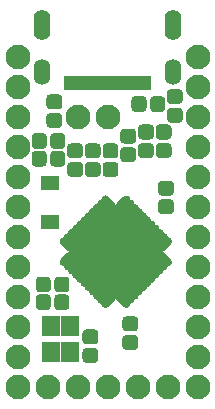
<source format=gts>
G04 #@! TF.GenerationSoftware,KiCad,Pcbnew,(5.1.6)-1*
G04 #@! TF.CreationDate,2020-09-29T08:49:22+08:00*
G04 #@! TF.ProjectId,Alvaro,416c7661-726f-42e6-9b69-6361645f7063,C*
G04 #@! TF.SameCoordinates,Original*
G04 #@! TF.FileFunction,Soldermask,Top*
G04 #@! TF.FilePolarity,Negative*
%FSLAX46Y46*%
G04 Gerber Fmt 4.6, Leading zero omitted, Abs format (unit mm)*
G04 Created by KiCad (PCBNEW (5.1.6)-1) date 2020-09-29 08:49:22*
%MOMM*%
%LPD*%
G01*
G04 APERTURE LIST*
%ADD10R,1.600000X1.300000*%
%ADD11R,0.700000X1.200000*%
%ADD12R,1.000000X1.200000*%
%ADD13O,1.400000X2.200000*%
%ADD14O,1.400000X2.600000*%
%ADD15C,2.100000*%
%ADD16C,0.100000*%
%ADD17R,1.600000X1.800000*%
G04 APERTURE END LIST*
D10*
X25100000Y-37950000D03*
X25100000Y-41250000D03*
D11*
X28250000Y-29500000D03*
X28750000Y-29500000D03*
X31750000Y-29500000D03*
X31250000Y-29500000D03*
X30250000Y-29500000D03*
X29750000Y-29500000D03*
X30750000Y-29500000D03*
X29250000Y-29500000D03*
D12*
X27600000Y-29500000D03*
X32400000Y-29500000D03*
X33200000Y-29500000D03*
X26800000Y-29500000D03*
D13*
X24425000Y-28600000D03*
X35575000Y-28600000D03*
D14*
X24425000Y-24600000D03*
X35575000Y-24600000D03*
D15*
X24920000Y-55240000D03*
X27460000Y-55240000D03*
X30000000Y-55240000D03*
X32540000Y-55240000D03*
X35080000Y-55240000D03*
X22380000Y-27300000D03*
X22380000Y-29840000D03*
X22380000Y-32380000D03*
X22380000Y-34920000D03*
X22380000Y-37460000D03*
X22380000Y-40000000D03*
X22380000Y-42540000D03*
X22380000Y-45080000D03*
X22380000Y-47620000D03*
X22380000Y-50160000D03*
X22380000Y-52700000D03*
X22380000Y-55240000D03*
X37620000Y-55240000D03*
X37620000Y-52700000D03*
X37620000Y-50160000D03*
X37620000Y-47620000D03*
X37620000Y-45080000D03*
X37620000Y-42540000D03*
X37620000Y-40000000D03*
X37620000Y-37460000D03*
X37620000Y-34920000D03*
X37620000Y-32380000D03*
X37620000Y-29840000D03*
X37620000Y-27300000D03*
X30000000Y-32380000D03*
X27460000Y-32380000D03*
G36*
G01*
X24850000Y-35568750D02*
X24850000Y-36281250D01*
G75*
G02*
X24531250Y-36600000I-318750J0D01*
G01*
X23893750Y-36600000D01*
G75*
G02*
X23575000Y-36281250I0J318750D01*
G01*
X23575000Y-35568750D01*
G75*
G02*
X23893750Y-35250000I318750J0D01*
G01*
X24531250Y-35250000D01*
G75*
G02*
X24850000Y-35568750I0J-318750D01*
G01*
G37*
G36*
G01*
X26425000Y-35568750D02*
X26425000Y-36281250D01*
G75*
G02*
X26106250Y-36600000I-318750J0D01*
G01*
X25468750Y-36600000D01*
G75*
G02*
X25150000Y-36281250I0J318750D01*
G01*
X25150000Y-35568750D01*
G75*
G02*
X25468750Y-35250000I318750J0D01*
G01*
X26106250Y-35250000D01*
G75*
G02*
X26425000Y-35568750I0J-318750D01*
G01*
G37*
D16*
G36*
X26740202Y-43800000D02*
G01*
X30700000Y-39840202D01*
X34659798Y-43800000D01*
X30700000Y-47759798D01*
X26740202Y-43800000D01*
G37*
G36*
G01*
X30770711Y-40193755D02*
X30770711Y-40193755D01*
G75*
G02*
X30770711Y-39698781I247487J247487D01*
G01*
X31336397Y-39133095D01*
G75*
G02*
X31831371Y-39133095I247487J-247487D01*
G01*
X31831371Y-39133095D01*
G75*
G02*
X31831371Y-39628069I-247487J-247487D01*
G01*
X31265685Y-40193755D01*
G75*
G02*
X30770711Y-40193755I-247487J247487D01*
G01*
G37*
G36*
G01*
X31124264Y-40547309D02*
X31124264Y-40547309D01*
G75*
G02*
X31124264Y-40052335I247487J247487D01*
G01*
X31689950Y-39486649D01*
G75*
G02*
X32184924Y-39486649I247487J-247487D01*
G01*
X32184924Y-39486649D01*
G75*
G02*
X32184924Y-39981623I-247487J-247487D01*
G01*
X31619238Y-40547309D01*
G75*
G02*
X31124264Y-40547309I-247487J247487D01*
G01*
G37*
G36*
G01*
X31477818Y-40900862D02*
X31477818Y-40900862D01*
G75*
G02*
X31477818Y-40405888I247487J247487D01*
G01*
X32043504Y-39840202D01*
G75*
G02*
X32538478Y-39840202I247487J-247487D01*
G01*
X32538478Y-39840202D01*
G75*
G02*
X32538478Y-40335176I-247487J-247487D01*
G01*
X31972792Y-40900862D01*
G75*
G02*
X31477818Y-40900862I-247487J247487D01*
G01*
G37*
G36*
G01*
X31831371Y-41254416D02*
X31831371Y-41254416D01*
G75*
G02*
X31831371Y-40759442I247487J247487D01*
G01*
X32397057Y-40193756D01*
G75*
G02*
X32892031Y-40193756I247487J-247487D01*
G01*
X32892031Y-40193756D01*
G75*
G02*
X32892031Y-40688730I-247487J-247487D01*
G01*
X32326345Y-41254416D01*
G75*
G02*
X31831371Y-41254416I-247487J247487D01*
G01*
G37*
G36*
G01*
X32184924Y-41607969D02*
X32184924Y-41607969D01*
G75*
G02*
X32184924Y-41112995I247487J247487D01*
G01*
X32750610Y-40547309D01*
G75*
G02*
X33245584Y-40547309I247487J-247487D01*
G01*
X33245584Y-40547309D01*
G75*
G02*
X33245584Y-41042283I-247487J-247487D01*
G01*
X32679898Y-41607969D01*
G75*
G02*
X32184924Y-41607969I-247487J247487D01*
G01*
G37*
G36*
G01*
X32538478Y-41961522D02*
X32538478Y-41961522D01*
G75*
G02*
X32538478Y-41466548I247487J247487D01*
G01*
X33104164Y-40900862D01*
G75*
G02*
X33599138Y-40900862I247487J-247487D01*
G01*
X33599138Y-40900862D01*
G75*
G02*
X33599138Y-41395836I-247487J-247487D01*
G01*
X33033452Y-41961522D01*
G75*
G02*
X32538478Y-41961522I-247487J247487D01*
G01*
G37*
G36*
G01*
X32892031Y-42315076D02*
X32892031Y-42315076D01*
G75*
G02*
X32892031Y-41820102I247487J247487D01*
G01*
X33457717Y-41254416D01*
G75*
G02*
X33952691Y-41254416I247487J-247487D01*
G01*
X33952691Y-41254416D01*
G75*
G02*
X33952691Y-41749390I-247487J-247487D01*
G01*
X33387005Y-42315076D01*
G75*
G02*
X32892031Y-42315076I-247487J247487D01*
G01*
G37*
G36*
G01*
X33245584Y-42668629D02*
X33245584Y-42668629D01*
G75*
G02*
X33245584Y-42173655I247487J247487D01*
G01*
X33811270Y-41607969D01*
G75*
G02*
X34306244Y-41607969I247487J-247487D01*
G01*
X34306244Y-41607969D01*
G75*
G02*
X34306244Y-42102943I-247487J-247487D01*
G01*
X33740558Y-42668629D01*
G75*
G02*
X33245584Y-42668629I-247487J247487D01*
G01*
G37*
G36*
G01*
X33599138Y-43022182D02*
X33599138Y-43022182D01*
G75*
G02*
X33599138Y-42527208I247487J247487D01*
G01*
X34164824Y-41961522D01*
G75*
G02*
X34659798Y-41961522I247487J-247487D01*
G01*
X34659798Y-41961522D01*
G75*
G02*
X34659798Y-42456496I-247487J-247487D01*
G01*
X34094112Y-43022182D01*
G75*
G02*
X33599138Y-43022182I-247487J247487D01*
G01*
G37*
G36*
G01*
X33952691Y-43375736D02*
X33952691Y-43375736D01*
G75*
G02*
X33952691Y-42880762I247487J247487D01*
G01*
X34518377Y-42315076D01*
G75*
G02*
X35013351Y-42315076I247487J-247487D01*
G01*
X35013351Y-42315076D01*
G75*
G02*
X35013351Y-42810050I-247487J-247487D01*
G01*
X34447665Y-43375736D01*
G75*
G02*
X33952691Y-43375736I-247487J247487D01*
G01*
G37*
G36*
G01*
X34306245Y-43729289D02*
X34306245Y-43729289D01*
G75*
G02*
X34306245Y-43234315I247487J247487D01*
G01*
X34871931Y-42668629D01*
G75*
G02*
X35366905Y-42668629I247487J-247487D01*
G01*
X35366905Y-42668629D01*
G75*
G02*
X35366905Y-43163603I-247487J-247487D01*
G01*
X34801219Y-43729289D01*
G75*
G02*
X34306245Y-43729289I-247487J247487D01*
G01*
G37*
G36*
G01*
X34306245Y-43870711D02*
X34306245Y-43870711D01*
G75*
G02*
X34801219Y-43870711I247487J-247487D01*
G01*
X35366905Y-44436397D01*
G75*
G02*
X35366905Y-44931371I-247487J-247487D01*
G01*
X35366905Y-44931371D01*
G75*
G02*
X34871931Y-44931371I-247487J247487D01*
G01*
X34306245Y-44365685D01*
G75*
G02*
X34306245Y-43870711I247487J247487D01*
G01*
G37*
G36*
G01*
X33952691Y-44224264D02*
X33952691Y-44224264D01*
G75*
G02*
X34447665Y-44224264I247487J-247487D01*
G01*
X35013351Y-44789950D01*
G75*
G02*
X35013351Y-45284924I-247487J-247487D01*
G01*
X35013351Y-45284924D01*
G75*
G02*
X34518377Y-45284924I-247487J247487D01*
G01*
X33952691Y-44719238D01*
G75*
G02*
X33952691Y-44224264I247487J247487D01*
G01*
G37*
G36*
G01*
X33599138Y-44577818D02*
X33599138Y-44577818D01*
G75*
G02*
X34094112Y-44577818I247487J-247487D01*
G01*
X34659798Y-45143504D01*
G75*
G02*
X34659798Y-45638478I-247487J-247487D01*
G01*
X34659798Y-45638478D01*
G75*
G02*
X34164824Y-45638478I-247487J247487D01*
G01*
X33599138Y-45072792D01*
G75*
G02*
X33599138Y-44577818I247487J247487D01*
G01*
G37*
G36*
G01*
X33245584Y-44931371D02*
X33245584Y-44931371D01*
G75*
G02*
X33740558Y-44931371I247487J-247487D01*
G01*
X34306244Y-45497057D01*
G75*
G02*
X34306244Y-45992031I-247487J-247487D01*
G01*
X34306244Y-45992031D01*
G75*
G02*
X33811270Y-45992031I-247487J247487D01*
G01*
X33245584Y-45426345D01*
G75*
G02*
X33245584Y-44931371I247487J247487D01*
G01*
G37*
G36*
G01*
X32892031Y-45284924D02*
X32892031Y-45284924D01*
G75*
G02*
X33387005Y-45284924I247487J-247487D01*
G01*
X33952691Y-45850610D01*
G75*
G02*
X33952691Y-46345584I-247487J-247487D01*
G01*
X33952691Y-46345584D01*
G75*
G02*
X33457717Y-46345584I-247487J247487D01*
G01*
X32892031Y-45779898D01*
G75*
G02*
X32892031Y-45284924I247487J247487D01*
G01*
G37*
G36*
G01*
X32538478Y-45638478D02*
X32538478Y-45638478D01*
G75*
G02*
X33033452Y-45638478I247487J-247487D01*
G01*
X33599138Y-46204164D01*
G75*
G02*
X33599138Y-46699138I-247487J-247487D01*
G01*
X33599138Y-46699138D01*
G75*
G02*
X33104164Y-46699138I-247487J247487D01*
G01*
X32538478Y-46133452D01*
G75*
G02*
X32538478Y-45638478I247487J247487D01*
G01*
G37*
G36*
G01*
X32184924Y-45992031D02*
X32184924Y-45992031D01*
G75*
G02*
X32679898Y-45992031I247487J-247487D01*
G01*
X33245584Y-46557717D01*
G75*
G02*
X33245584Y-47052691I-247487J-247487D01*
G01*
X33245584Y-47052691D01*
G75*
G02*
X32750610Y-47052691I-247487J247487D01*
G01*
X32184924Y-46487005D01*
G75*
G02*
X32184924Y-45992031I247487J247487D01*
G01*
G37*
G36*
G01*
X31831371Y-46345584D02*
X31831371Y-46345584D01*
G75*
G02*
X32326345Y-46345584I247487J-247487D01*
G01*
X32892031Y-46911270D01*
G75*
G02*
X32892031Y-47406244I-247487J-247487D01*
G01*
X32892031Y-47406244D01*
G75*
G02*
X32397057Y-47406244I-247487J247487D01*
G01*
X31831371Y-46840558D01*
G75*
G02*
X31831371Y-46345584I247487J247487D01*
G01*
G37*
G36*
G01*
X31477818Y-46699138D02*
X31477818Y-46699138D01*
G75*
G02*
X31972792Y-46699138I247487J-247487D01*
G01*
X32538478Y-47264824D01*
G75*
G02*
X32538478Y-47759798I-247487J-247487D01*
G01*
X32538478Y-47759798D01*
G75*
G02*
X32043504Y-47759798I-247487J247487D01*
G01*
X31477818Y-47194112D01*
G75*
G02*
X31477818Y-46699138I247487J247487D01*
G01*
G37*
G36*
G01*
X31124264Y-47052691D02*
X31124264Y-47052691D01*
G75*
G02*
X31619238Y-47052691I247487J-247487D01*
G01*
X32184924Y-47618377D01*
G75*
G02*
X32184924Y-48113351I-247487J-247487D01*
G01*
X32184924Y-48113351D01*
G75*
G02*
X31689950Y-48113351I-247487J247487D01*
G01*
X31124264Y-47547665D01*
G75*
G02*
X31124264Y-47052691I247487J247487D01*
G01*
G37*
G36*
G01*
X30770711Y-47406245D02*
X30770711Y-47406245D01*
G75*
G02*
X31265685Y-47406245I247487J-247487D01*
G01*
X31831371Y-47971931D01*
G75*
G02*
X31831371Y-48466905I-247487J-247487D01*
G01*
X31831371Y-48466905D01*
G75*
G02*
X31336397Y-48466905I-247487J247487D01*
G01*
X30770711Y-47901219D01*
G75*
G02*
X30770711Y-47406245I247487J247487D01*
G01*
G37*
G36*
G01*
X29568629Y-48466905D02*
X29568629Y-48466905D01*
G75*
G02*
X29568629Y-47971931I247487J247487D01*
G01*
X30134315Y-47406245D01*
G75*
G02*
X30629289Y-47406245I247487J-247487D01*
G01*
X30629289Y-47406245D01*
G75*
G02*
X30629289Y-47901219I-247487J-247487D01*
G01*
X30063603Y-48466905D01*
G75*
G02*
X29568629Y-48466905I-247487J247487D01*
G01*
G37*
G36*
G01*
X29215076Y-48113351D02*
X29215076Y-48113351D01*
G75*
G02*
X29215076Y-47618377I247487J247487D01*
G01*
X29780762Y-47052691D01*
G75*
G02*
X30275736Y-47052691I247487J-247487D01*
G01*
X30275736Y-47052691D01*
G75*
G02*
X30275736Y-47547665I-247487J-247487D01*
G01*
X29710050Y-48113351D01*
G75*
G02*
X29215076Y-48113351I-247487J247487D01*
G01*
G37*
G36*
G01*
X28861522Y-47759798D02*
X28861522Y-47759798D01*
G75*
G02*
X28861522Y-47264824I247487J247487D01*
G01*
X29427208Y-46699138D01*
G75*
G02*
X29922182Y-46699138I247487J-247487D01*
G01*
X29922182Y-46699138D01*
G75*
G02*
X29922182Y-47194112I-247487J-247487D01*
G01*
X29356496Y-47759798D01*
G75*
G02*
X28861522Y-47759798I-247487J247487D01*
G01*
G37*
G36*
G01*
X28507969Y-47406244D02*
X28507969Y-47406244D01*
G75*
G02*
X28507969Y-46911270I247487J247487D01*
G01*
X29073655Y-46345584D01*
G75*
G02*
X29568629Y-46345584I247487J-247487D01*
G01*
X29568629Y-46345584D01*
G75*
G02*
X29568629Y-46840558I-247487J-247487D01*
G01*
X29002943Y-47406244D01*
G75*
G02*
X28507969Y-47406244I-247487J247487D01*
G01*
G37*
G36*
G01*
X28154416Y-47052691D02*
X28154416Y-47052691D01*
G75*
G02*
X28154416Y-46557717I247487J247487D01*
G01*
X28720102Y-45992031D01*
G75*
G02*
X29215076Y-45992031I247487J-247487D01*
G01*
X29215076Y-45992031D01*
G75*
G02*
X29215076Y-46487005I-247487J-247487D01*
G01*
X28649390Y-47052691D01*
G75*
G02*
X28154416Y-47052691I-247487J247487D01*
G01*
G37*
G36*
G01*
X27800862Y-46699138D02*
X27800862Y-46699138D01*
G75*
G02*
X27800862Y-46204164I247487J247487D01*
G01*
X28366548Y-45638478D01*
G75*
G02*
X28861522Y-45638478I247487J-247487D01*
G01*
X28861522Y-45638478D01*
G75*
G02*
X28861522Y-46133452I-247487J-247487D01*
G01*
X28295836Y-46699138D01*
G75*
G02*
X27800862Y-46699138I-247487J247487D01*
G01*
G37*
G36*
G01*
X27447309Y-46345584D02*
X27447309Y-46345584D01*
G75*
G02*
X27447309Y-45850610I247487J247487D01*
G01*
X28012995Y-45284924D01*
G75*
G02*
X28507969Y-45284924I247487J-247487D01*
G01*
X28507969Y-45284924D01*
G75*
G02*
X28507969Y-45779898I-247487J-247487D01*
G01*
X27942283Y-46345584D01*
G75*
G02*
X27447309Y-46345584I-247487J247487D01*
G01*
G37*
G36*
G01*
X27093756Y-45992031D02*
X27093756Y-45992031D01*
G75*
G02*
X27093756Y-45497057I247487J247487D01*
G01*
X27659442Y-44931371D01*
G75*
G02*
X28154416Y-44931371I247487J-247487D01*
G01*
X28154416Y-44931371D01*
G75*
G02*
X28154416Y-45426345I-247487J-247487D01*
G01*
X27588730Y-45992031D01*
G75*
G02*
X27093756Y-45992031I-247487J247487D01*
G01*
G37*
G36*
G01*
X26740202Y-45638478D02*
X26740202Y-45638478D01*
G75*
G02*
X26740202Y-45143504I247487J247487D01*
G01*
X27305888Y-44577818D01*
G75*
G02*
X27800862Y-44577818I247487J-247487D01*
G01*
X27800862Y-44577818D01*
G75*
G02*
X27800862Y-45072792I-247487J-247487D01*
G01*
X27235176Y-45638478D01*
G75*
G02*
X26740202Y-45638478I-247487J247487D01*
G01*
G37*
G36*
G01*
X26386649Y-45284924D02*
X26386649Y-45284924D01*
G75*
G02*
X26386649Y-44789950I247487J247487D01*
G01*
X26952335Y-44224264D01*
G75*
G02*
X27447309Y-44224264I247487J-247487D01*
G01*
X27447309Y-44224264D01*
G75*
G02*
X27447309Y-44719238I-247487J-247487D01*
G01*
X26881623Y-45284924D01*
G75*
G02*
X26386649Y-45284924I-247487J247487D01*
G01*
G37*
G36*
G01*
X26033095Y-44931371D02*
X26033095Y-44931371D01*
G75*
G02*
X26033095Y-44436397I247487J247487D01*
G01*
X26598781Y-43870711D01*
G75*
G02*
X27093755Y-43870711I247487J-247487D01*
G01*
X27093755Y-43870711D01*
G75*
G02*
X27093755Y-44365685I-247487J-247487D01*
G01*
X26528069Y-44931371D01*
G75*
G02*
X26033095Y-44931371I-247487J247487D01*
G01*
G37*
G36*
G01*
X26033095Y-42668629D02*
X26033095Y-42668629D01*
G75*
G02*
X26528069Y-42668629I247487J-247487D01*
G01*
X27093755Y-43234315D01*
G75*
G02*
X27093755Y-43729289I-247487J-247487D01*
G01*
X27093755Y-43729289D01*
G75*
G02*
X26598781Y-43729289I-247487J247487D01*
G01*
X26033095Y-43163603D01*
G75*
G02*
X26033095Y-42668629I247487J247487D01*
G01*
G37*
G36*
G01*
X26386649Y-42315076D02*
X26386649Y-42315076D01*
G75*
G02*
X26881623Y-42315076I247487J-247487D01*
G01*
X27447309Y-42880762D01*
G75*
G02*
X27447309Y-43375736I-247487J-247487D01*
G01*
X27447309Y-43375736D01*
G75*
G02*
X26952335Y-43375736I-247487J247487D01*
G01*
X26386649Y-42810050D01*
G75*
G02*
X26386649Y-42315076I247487J247487D01*
G01*
G37*
G36*
G01*
X26740202Y-41961522D02*
X26740202Y-41961522D01*
G75*
G02*
X27235176Y-41961522I247487J-247487D01*
G01*
X27800862Y-42527208D01*
G75*
G02*
X27800862Y-43022182I-247487J-247487D01*
G01*
X27800862Y-43022182D01*
G75*
G02*
X27305888Y-43022182I-247487J247487D01*
G01*
X26740202Y-42456496D01*
G75*
G02*
X26740202Y-41961522I247487J247487D01*
G01*
G37*
G36*
G01*
X27093756Y-41607969D02*
X27093756Y-41607969D01*
G75*
G02*
X27588730Y-41607969I247487J-247487D01*
G01*
X28154416Y-42173655D01*
G75*
G02*
X28154416Y-42668629I-247487J-247487D01*
G01*
X28154416Y-42668629D01*
G75*
G02*
X27659442Y-42668629I-247487J247487D01*
G01*
X27093756Y-42102943D01*
G75*
G02*
X27093756Y-41607969I247487J247487D01*
G01*
G37*
G36*
G01*
X27447309Y-41254416D02*
X27447309Y-41254416D01*
G75*
G02*
X27942283Y-41254416I247487J-247487D01*
G01*
X28507969Y-41820102D01*
G75*
G02*
X28507969Y-42315076I-247487J-247487D01*
G01*
X28507969Y-42315076D01*
G75*
G02*
X28012995Y-42315076I-247487J247487D01*
G01*
X27447309Y-41749390D01*
G75*
G02*
X27447309Y-41254416I247487J247487D01*
G01*
G37*
G36*
G01*
X27800862Y-40900862D02*
X27800862Y-40900862D01*
G75*
G02*
X28295836Y-40900862I247487J-247487D01*
G01*
X28861522Y-41466548D01*
G75*
G02*
X28861522Y-41961522I-247487J-247487D01*
G01*
X28861522Y-41961522D01*
G75*
G02*
X28366548Y-41961522I-247487J247487D01*
G01*
X27800862Y-41395836D01*
G75*
G02*
X27800862Y-40900862I247487J247487D01*
G01*
G37*
G36*
G01*
X28154416Y-40547309D02*
X28154416Y-40547309D01*
G75*
G02*
X28649390Y-40547309I247487J-247487D01*
G01*
X29215076Y-41112995D01*
G75*
G02*
X29215076Y-41607969I-247487J-247487D01*
G01*
X29215076Y-41607969D01*
G75*
G02*
X28720102Y-41607969I-247487J247487D01*
G01*
X28154416Y-41042283D01*
G75*
G02*
X28154416Y-40547309I247487J247487D01*
G01*
G37*
G36*
G01*
X28507969Y-40193756D02*
X28507969Y-40193756D01*
G75*
G02*
X29002943Y-40193756I247487J-247487D01*
G01*
X29568629Y-40759442D01*
G75*
G02*
X29568629Y-41254416I-247487J-247487D01*
G01*
X29568629Y-41254416D01*
G75*
G02*
X29073655Y-41254416I-247487J247487D01*
G01*
X28507969Y-40688730D01*
G75*
G02*
X28507969Y-40193756I247487J247487D01*
G01*
G37*
G36*
G01*
X28861522Y-39840202D02*
X28861522Y-39840202D01*
G75*
G02*
X29356496Y-39840202I247487J-247487D01*
G01*
X29922182Y-40405888D01*
G75*
G02*
X29922182Y-40900862I-247487J-247487D01*
G01*
X29922182Y-40900862D01*
G75*
G02*
X29427208Y-40900862I-247487J247487D01*
G01*
X28861522Y-40335176D01*
G75*
G02*
X28861522Y-39840202I247487J247487D01*
G01*
G37*
G36*
G01*
X29215076Y-39486649D02*
X29215076Y-39486649D01*
G75*
G02*
X29710050Y-39486649I247487J-247487D01*
G01*
X30275736Y-40052335D01*
G75*
G02*
X30275736Y-40547309I-247487J-247487D01*
G01*
X30275736Y-40547309D01*
G75*
G02*
X29780762Y-40547309I-247487J247487D01*
G01*
X29215076Y-39981623D01*
G75*
G02*
X29215076Y-39486649I247487J247487D01*
G01*
G37*
G36*
G01*
X29568629Y-39133095D02*
X29568629Y-39133095D01*
G75*
G02*
X30063603Y-39133095I247487J-247487D01*
G01*
X30629289Y-39698781D01*
G75*
G02*
X30629289Y-40193755I-247487J-247487D01*
G01*
X30629289Y-40193755D01*
G75*
G02*
X30134315Y-40193755I-247487J247487D01*
G01*
X29568629Y-39628069D01*
G75*
G02*
X29568629Y-39133095I247487J247487D01*
G01*
G37*
G36*
G01*
X25150000Y-34781250D02*
X25150000Y-34068750D01*
G75*
G02*
X25468750Y-33750000I318750J0D01*
G01*
X26106250Y-33750000D01*
G75*
G02*
X26425000Y-34068750I0J-318750D01*
G01*
X26425000Y-34781250D01*
G75*
G02*
X26106250Y-35100000I-318750J0D01*
G01*
X25468750Y-35100000D01*
G75*
G02*
X25150000Y-34781250I0J318750D01*
G01*
G37*
G36*
G01*
X23575000Y-34781250D02*
X23575000Y-34068750D01*
G75*
G02*
X23893750Y-33750000I318750J0D01*
G01*
X24531250Y-33750000D01*
G75*
G02*
X24850000Y-34068750I0J-318750D01*
G01*
X24850000Y-34781250D01*
G75*
G02*
X24531250Y-35100000I-318750J0D01*
G01*
X23893750Y-35100000D01*
G75*
G02*
X23575000Y-34781250I0J318750D01*
G01*
G37*
G36*
G01*
X30606250Y-35900000D02*
X29893750Y-35900000D01*
G75*
G02*
X29575000Y-35581250I0J318750D01*
G01*
X29575000Y-34943750D01*
G75*
G02*
X29893750Y-34625000I318750J0D01*
G01*
X30606250Y-34625000D01*
G75*
G02*
X30925000Y-34943750I0J-318750D01*
G01*
X30925000Y-35581250D01*
G75*
G02*
X30606250Y-35900000I-318750J0D01*
G01*
G37*
G36*
G01*
X30606250Y-37475000D02*
X29893750Y-37475000D01*
G75*
G02*
X29575000Y-37156250I0J318750D01*
G01*
X29575000Y-36518750D01*
G75*
G02*
X29893750Y-36200000I318750J0D01*
G01*
X30606250Y-36200000D01*
G75*
G02*
X30925000Y-36518750I0J-318750D01*
G01*
X30925000Y-37156250D01*
G75*
G02*
X30606250Y-37475000I-318750J0D01*
G01*
G37*
G36*
G01*
X29106250Y-35900000D02*
X28393750Y-35900000D01*
G75*
G02*
X28075000Y-35581250I0J318750D01*
G01*
X28075000Y-34943750D01*
G75*
G02*
X28393750Y-34625000I318750J0D01*
G01*
X29106250Y-34625000D01*
G75*
G02*
X29425000Y-34943750I0J-318750D01*
G01*
X29425000Y-35581250D01*
G75*
G02*
X29106250Y-35900000I-318750J0D01*
G01*
G37*
G36*
G01*
X29106250Y-37475000D02*
X28393750Y-37475000D01*
G75*
G02*
X28075000Y-37156250I0J318750D01*
G01*
X28075000Y-36518750D01*
G75*
G02*
X28393750Y-36200000I318750J0D01*
G01*
X29106250Y-36200000D01*
G75*
G02*
X29425000Y-36518750I0J-318750D01*
G01*
X29425000Y-37156250D01*
G75*
G02*
X29106250Y-37475000I-318750J0D01*
G01*
G37*
G36*
G01*
X35343750Y-31600000D02*
X36056250Y-31600000D01*
G75*
G02*
X36375000Y-31918750I0J-318750D01*
G01*
X36375000Y-32556250D01*
G75*
G02*
X36056250Y-32875000I-318750J0D01*
G01*
X35343750Y-32875000D01*
G75*
G02*
X35025000Y-32556250I0J318750D01*
G01*
X35025000Y-31918750D01*
G75*
G02*
X35343750Y-31600000I318750J0D01*
G01*
G37*
G36*
G01*
X35343750Y-30025000D02*
X36056250Y-30025000D01*
G75*
G02*
X36375000Y-30343750I0J-318750D01*
G01*
X36375000Y-30981250D01*
G75*
G02*
X36056250Y-31300000I-318750J0D01*
G01*
X35343750Y-31300000D01*
G75*
G02*
X35025000Y-30981250I0J318750D01*
G01*
X35025000Y-30343750D01*
G75*
G02*
X35343750Y-30025000I318750J0D01*
G01*
G37*
G36*
G01*
X25856250Y-31750000D02*
X25143750Y-31750000D01*
G75*
G02*
X24825000Y-31431250I0J318750D01*
G01*
X24825000Y-30793750D01*
G75*
G02*
X25143750Y-30475000I318750J0D01*
G01*
X25856250Y-30475000D01*
G75*
G02*
X26175000Y-30793750I0J-318750D01*
G01*
X26175000Y-31431250D01*
G75*
G02*
X25856250Y-31750000I-318750J0D01*
G01*
G37*
G36*
G01*
X25856250Y-33325000D02*
X25143750Y-33325000D01*
G75*
G02*
X24825000Y-33006250I0J318750D01*
G01*
X24825000Y-32368750D01*
G75*
G02*
X25143750Y-32050000I318750J0D01*
G01*
X25856250Y-32050000D01*
G75*
G02*
X26175000Y-32368750I0J-318750D01*
G01*
X26175000Y-33006250D01*
G75*
G02*
X25856250Y-33325000I-318750J0D01*
G01*
G37*
G36*
G01*
X33300000Y-30943750D02*
X33300000Y-31656250D01*
G75*
G02*
X32981250Y-31975000I-318750J0D01*
G01*
X32343750Y-31975000D01*
G75*
G02*
X32025000Y-31656250I0J318750D01*
G01*
X32025000Y-30943750D01*
G75*
G02*
X32343750Y-30625000I318750J0D01*
G01*
X32981250Y-30625000D01*
G75*
G02*
X33300000Y-30943750I0J-318750D01*
G01*
G37*
G36*
G01*
X34875000Y-30943750D02*
X34875000Y-31656250D01*
G75*
G02*
X34556250Y-31975000I-318750J0D01*
G01*
X33918750Y-31975000D01*
G75*
G02*
X33600000Y-31656250I0J318750D01*
G01*
X33600000Y-30943750D01*
G75*
G02*
X33918750Y-30625000I318750J0D01*
G01*
X34556250Y-30625000D01*
G75*
G02*
X34875000Y-30943750I0J-318750D01*
G01*
G37*
G36*
G01*
X35106250Y-34300000D02*
X34393750Y-34300000D01*
G75*
G02*
X34075000Y-33981250I0J318750D01*
G01*
X34075000Y-33343750D01*
G75*
G02*
X34393750Y-33025000I318750J0D01*
G01*
X35106250Y-33025000D01*
G75*
G02*
X35425000Y-33343750I0J-318750D01*
G01*
X35425000Y-33981250D01*
G75*
G02*
X35106250Y-34300000I-318750J0D01*
G01*
G37*
G36*
G01*
X35106250Y-35875000D02*
X34393750Y-35875000D01*
G75*
G02*
X34075000Y-35556250I0J318750D01*
G01*
X34075000Y-34918750D01*
G75*
G02*
X34393750Y-34600000I318750J0D01*
G01*
X35106250Y-34600000D01*
G75*
G02*
X35425000Y-34918750I0J-318750D01*
G01*
X35425000Y-35556250D01*
G75*
G02*
X35106250Y-35875000I-318750J0D01*
G01*
G37*
G36*
G01*
X27606250Y-35900000D02*
X26893750Y-35900000D01*
G75*
G02*
X26575000Y-35581250I0J318750D01*
G01*
X26575000Y-34943750D01*
G75*
G02*
X26893750Y-34625000I318750J0D01*
G01*
X27606250Y-34625000D01*
G75*
G02*
X27925000Y-34943750I0J-318750D01*
G01*
X27925000Y-35581250D01*
G75*
G02*
X27606250Y-35900000I-318750J0D01*
G01*
G37*
G36*
G01*
X27606250Y-37475000D02*
X26893750Y-37475000D01*
G75*
G02*
X26575000Y-37156250I0J318750D01*
G01*
X26575000Y-36518750D01*
G75*
G02*
X26893750Y-36200000I318750J0D01*
G01*
X27606250Y-36200000D01*
G75*
G02*
X27925000Y-36518750I0J-318750D01*
G01*
X27925000Y-37156250D01*
G75*
G02*
X27606250Y-37475000I-318750J0D01*
G01*
G37*
G36*
G01*
X25500000Y-48431250D02*
X25500000Y-47718750D01*
G75*
G02*
X25818750Y-47400000I318750J0D01*
G01*
X26456250Y-47400000D01*
G75*
G02*
X26775000Y-47718750I0J-318750D01*
G01*
X26775000Y-48431250D01*
G75*
G02*
X26456250Y-48750000I-318750J0D01*
G01*
X25818750Y-48750000D01*
G75*
G02*
X25500000Y-48431250I0J318750D01*
G01*
G37*
G36*
G01*
X23925000Y-48431250D02*
X23925000Y-47718750D01*
G75*
G02*
X24243750Y-47400000I318750J0D01*
G01*
X24881250Y-47400000D01*
G75*
G02*
X25200000Y-47718750I0J-318750D01*
G01*
X25200000Y-48431250D01*
G75*
G02*
X24881250Y-48750000I-318750J0D01*
G01*
X24243750Y-48750000D01*
G75*
G02*
X23925000Y-48431250I0J318750D01*
G01*
G37*
G36*
G01*
X28906250Y-53225000D02*
X28193750Y-53225000D01*
G75*
G02*
X27875000Y-52906250I0J318750D01*
G01*
X27875000Y-52268750D01*
G75*
G02*
X28193750Y-51950000I318750J0D01*
G01*
X28906250Y-51950000D01*
G75*
G02*
X29225000Y-52268750I0J-318750D01*
G01*
X29225000Y-52906250D01*
G75*
G02*
X28906250Y-53225000I-318750J0D01*
G01*
G37*
G36*
G01*
X28906250Y-51650000D02*
X28193750Y-51650000D01*
G75*
G02*
X27875000Y-51331250I0J318750D01*
G01*
X27875000Y-50693750D01*
G75*
G02*
X28193750Y-50375000I318750J0D01*
G01*
X28906250Y-50375000D01*
G75*
G02*
X29225000Y-50693750I0J-318750D01*
G01*
X29225000Y-51331250D01*
G75*
G02*
X28906250Y-51650000I-318750J0D01*
G01*
G37*
G36*
G01*
X32106250Y-34650000D02*
X31393750Y-34650000D01*
G75*
G02*
X31075000Y-34331250I0J318750D01*
G01*
X31075000Y-33693750D01*
G75*
G02*
X31393750Y-33375000I318750J0D01*
G01*
X32106250Y-33375000D01*
G75*
G02*
X32425000Y-33693750I0J-318750D01*
G01*
X32425000Y-34331250D01*
G75*
G02*
X32106250Y-34650000I-318750J0D01*
G01*
G37*
G36*
G01*
X32106250Y-36225000D02*
X31393750Y-36225000D01*
G75*
G02*
X31075000Y-35906250I0J318750D01*
G01*
X31075000Y-35268750D01*
G75*
G02*
X31393750Y-34950000I318750J0D01*
G01*
X32106250Y-34950000D01*
G75*
G02*
X32425000Y-35268750I0J-318750D01*
G01*
X32425000Y-35906250D01*
G75*
G02*
X32106250Y-36225000I-318750J0D01*
G01*
G37*
G36*
G01*
X33606250Y-34300000D02*
X32893750Y-34300000D01*
G75*
G02*
X32575000Y-33981250I0J318750D01*
G01*
X32575000Y-33343750D01*
G75*
G02*
X32893750Y-33025000I318750J0D01*
G01*
X33606250Y-33025000D01*
G75*
G02*
X33925000Y-33343750I0J-318750D01*
G01*
X33925000Y-33981250D01*
G75*
G02*
X33606250Y-34300000I-318750J0D01*
G01*
G37*
G36*
G01*
X33606250Y-35875000D02*
X32893750Y-35875000D01*
G75*
G02*
X32575000Y-35556250I0J318750D01*
G01*
X32575000Y-34918750D01*
G75*
G02*
X32893750Y-34600000I318750J0D01*
G01*
X33606250Y-34600000D01*
G75*
G02*
X33925000Y-34918750I0J-318750D01*
G01*
X33925000Y-35556250D01*
G75*
G02*
X33606250Y-35875000I-318750J0D01*
G01*
G37*
G36*
G01*
X34593750Y-39362500D02*
X35306250Y-39362500D01*
G75*
G02*
X35625000Y-39681250I0J-318750D01*
G01*
X35625000Y-40318750D01*
G75*
G02*
X35306250Y-40637500I-318750J0D01*
G01*
X34593750Y-40637500D01*
G75*
G02*
X34275000Y-40318750I0J318750D01*
G01*
X34275000Y-39681250D01*
G75*
G02*
X34593750Y-39362500I318750J0D01*
G01*
G37*
G36*
G01*
X34593750Y-37787500D02*
X35306250Y-37787500D01*
G75*
G02*
X35625000Y-38106250I0J-318750D01*
G01*
X35625000Y-38743750D01*
G75*
G02*
X35306250Y-39062500I-318750J0D01*
G01*
X34593750Y-39062500D01*
G75*
G02*
X34275000Y-38743750I0J318750D01*
G01*
X34275000Y-38106250D01*
G75*
G02*
X34593750Y-37787500I318750J0D01*
G01*
G37*
G36*
G01*
X31568750Y-49275000D02*
X32281250Y-49275000D01*
G75*
G02*
X32600000Y-49593750I0J-318750D01*
G01*
X32600000Y-50231250D01*
G75*
G02*
X32281250Y-50550000I-318750J0D01*
G01*
X31568750Y-50550000D01*
G75*
G02*
X31250000Y-50231250I0J318750D01*
G01*
X31250000Y-49593750D01*
G75*
G02*
X31568750Y-49275000I318750J0D01*
G01*
G37*
G36*
G01*
X31568750Y-50850000D02*
X32281250Y-50850000D01*
G75*
G02*
X32600000Y-51168750I0J-318750D01*
G01*
X32600000Y-51806250D01*
G75*
G02*
X32281250Y-52125000I-318750J0D01*
G01*
X31568750Y-52125000D01*
G75*
G02*
X31250000Y-51806250I0J318750D01*
G01*
X31250000Y-51168750D01*
G75*
G02*
X31568750Y-50850000I318750J0D01*
G01*
G37*
G36*
G01*
X25200000Y-46218750D02*
X25200000Y-46931250D01*
G75*
G02*
X24881250Y-47250000I-318750J0D01*
G01*
X24243750Y-47250000D01*
G75*
G02*
X23925000Y-46931250I0J318750D01*
G01*
X23925000Y-46218750D01*
G75*
G02*
X24243750Y-45900000I318750J0D01*
G01*
X24881250Y-45900000D01*
G75*
G02*
X25200000Y-46218750I0J-318750D01*
G01*
G37*
G36*
G01*
X26775000Y-46218750D02*
X26775000Y-46931250D01*
G75*
G02*
X26456250Y-47250000I-318750J0D01*
G01*
X25818750Y-47250000D01*
G75*
G02*
X25500000Y-46931250I0J318750D01*
G01*
X25500000Y-46218750D01*
G75*
G02*
X25818750Y-45900000I318750J0D01*
G01*
X26456250Y-45900000D01*
G75*
G02*
X26775000Y-46218750I0J-318750D01*
G01*
G37*
D17*
X25250000Y-52250000D03*
X25250000Y-50050000D03*
X26850000Y-50050000D03*
X26850000Y-52250000D03*
M02*

</source>
